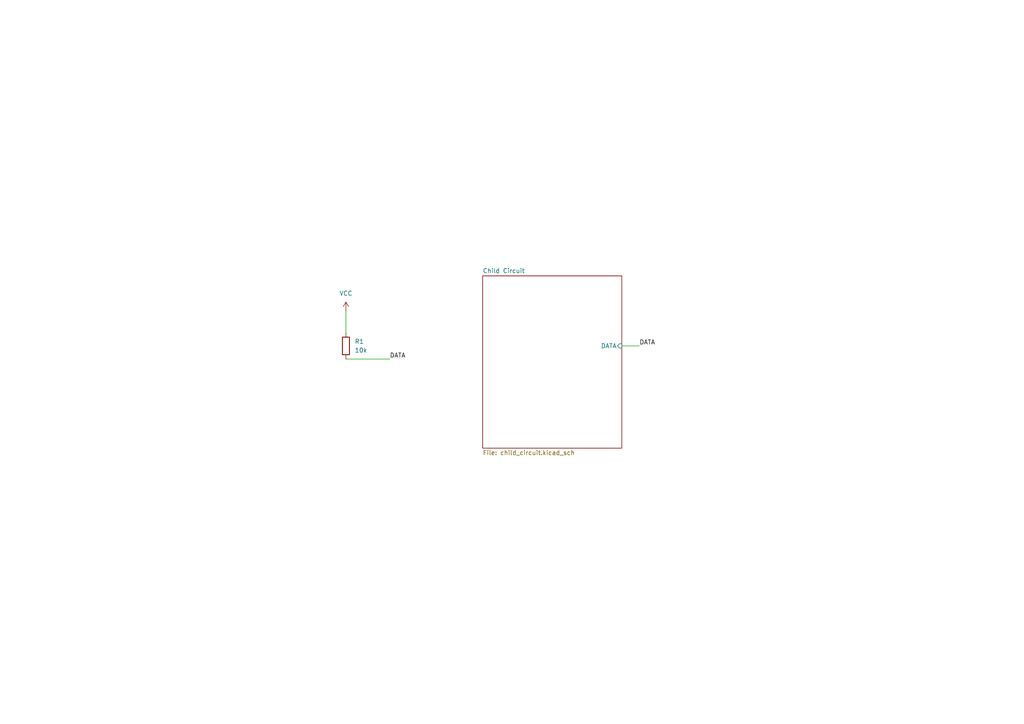
<source format=kicad_sch>
(kicad_sch (version 20250114) (generator "eeschema") (generator_version "9.0")
  (paper "A4")
  (title_block (title "PS2: Hierarchical Power"))
  (lib_symbols
    (symbol "Device:R" (pin_numbers (hide yes)) (pin_names (offset 0))
      (property "Reference" "R" (at 2.032 0 90))
      (property "Value" "R" (at 0 0 90))
      (symbol "R_0_1"
        (rectangle (start -1.016 -2.54) (end 1.016 2.54) (stroke (width 0.254)))
      )
      (symbol "R_1_1"
        (pin passive line (at 0 3.81 270) (length 1.27) (name "~") (number "1"))
        (pin passive line (at 0 -3.81 90) (length 1.27) (name "~") (number "2"))
      )
    )
    (symbol "power:VCC" (power) (pin_numbers (hide yes)) (pin_names (offset 0) (hide yes))
      (property "Value" "VCC" (at 0 3.556 0))
      (symbol "VCC_0_1"
        (polyline (pts (xy -0.762 1.27) (xy 0 2.54)))
        (polyline (pts (xy 0 2.54) (xy 0.762 1.27)))
        (polyline (pts (xy 0 0) (xy 0 2.54)))
      )
      (symbol "VCC_1_1"
        (pin power_in line (at 0 0 90) (length 0) (name "~") (number "1"))
      )
    )
  )
  (wire (pts (xy 100.33 90.17) (xy 100.33 96.52)))
  (wire (pts (xy 180.34 100.33) (xy 185.42 100.33)))
  (wire (pts (xy 100.33 104.14) (xy 113.03 104.14)))
  (label "DATA" (at 113.03 104.14 0))
  (label "DATA" (at 185.42 100.33 0))
  (symbol (lib_id "Device:R") (at 100.33 100.33 0) (unit 1)
    (property "Reference" "R1" (at 102.87 99.0599 0) (effects (justify left)))
    (property "Value" "10k" (at 102.87 101.5999 0) (effects (justify left)))
  )
  (symbol (lib_id "power:VCC") (at 100.33 90.17 0) (unit 1)
    (property "Reference" "#PWR01" (effects (hide yes)))
    (property "Value" "VCC" (at 100.33 85.09 0))
  )
  (sheet (at 140 80) (size 40.34 50) (stroke (width 0.1524))
    (property "Sheetname" "Child Circuit" (at 140 79.2884 0) (effects (justify left bottom)))
    (property "Sheetfile" "child_circuit.kicad_sch" (at 140 130.5846 0) (effects (justify left top)))
    (pin "DATA" input (at 180.34 100.33 0))
  )
)
</source>
